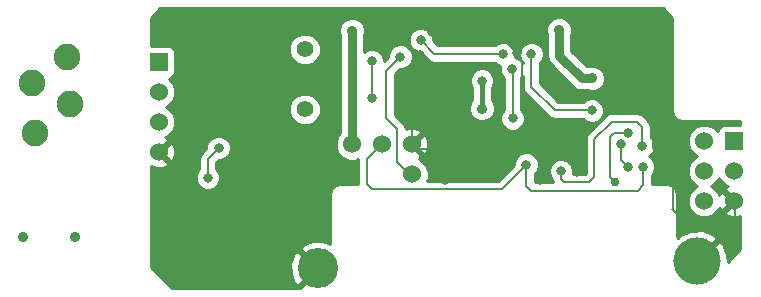
<source format=gbl>
G04 (created by PCBNEW-RS274X (2011-11-27 BZR 3249)-stable) date 17/09/2012 7:08:21 p.m.*
G01*
G70*
G90*
%MOIN*%
G04 Gerber Fmt 3.4, Leading zero omitted, Abs format*
%FSLAX34Y34*%
G04 APERTURE LIST*
%ADD10C,0.006000*%
%ADD11C,0.035400*%
%ADD12C,0.088600*%
%ADD13C,0.157500*%
%ADD14C,0.133900*%
%ADD15C,0.056000*%
%ADD16C,0.060000*%
%ADD17R,0.060000X0.060000*%
%ADD18C,0.035000*%
%ADD19C,0.031500*%
%ADD20C,0.030000*%
%ADD21C,0.015700*%
%ADD22C,0.030000*%
%ADD23C,0.008000*%
%ADD24C,0.010000*%
G04 APERTURE END LIST*
G54D10*
G54D11*
X03740Y-08760D03*
X02008Y-08760D03*
G54D12*
X02283Y-03644D03*
G54D13*
X24462Y-09573D03*
G54D14*
X11812Y-09823D03*
G54D15*
X11382Y-04523D03*
X11382Y-02523D03*
G54D16*
X12962Y-05683D03*
X13962Y-05683D03*
X14962Y-06683D03*
X14962Y-05683D03*
G54D17*
X06522Y-02943D03*
G54D16*
X06522Y-03943D03*
X06522Y-04943D03*
X06522Y-05943D03*
G54D12*
X02381Y-05317D03*
X03562Y-04333D03*
X03464Y-02758D03*
G54D17*
X25697Y-05575D03*
G54D16*
X24697Y-05575D03*
X25697Y-06575D03*
X24697Y-06575D03*
X25697Y-07575D03*
X24697Y-07575D03*
G54D18*
X19862Y-01873D03*
G54D19*
X17292Y-03563D03*
G54D18*
X12962Y-01893D03*
X20960Y-03489D03*
X17292Y-04493D03*
G54D19*
X20962Y-04553D03*
X18942Y-02673D03*
X18302Y-03183D03*
X18312Y-04823D03*
X22638Y-05748D03*
X19921Y-06575D03*
X18772Y-06363D03*
X22652Y-06433D03*
X14572Y-02763D03*
X18002Y-02673D03*
X15252Y-02203D03*
G54D20*
X21742Y-06933D03*
G54D19*
X22162Y-05323D03*
X20962Y-04043D03*
X19242Y-06883D03*
X15642Y-01953D03*
X15232Y-02723D03*
X11921Y-07855D03*
X09072Y-04303D03*
X20472Y-06593D03*
X18472Y-02653D03*
X17912Y-03543D03*
X16582Y-01953D03*
X09072Y-10143D03*
X07162Y-10133D03*
G54D18*
X14512Y-03853D03*
G54D19*
X07542Y-01383D03*
X06512Y-09453D03*
X18742Y-04133D03*
X06392Y-02173D03*
X11220Y-05623D03*
X06502Y-08063D03*
X16062Y-06873D03*
X09072Y-09053D03*
X10772Y-10123D03*
X06642Y-01403D03*
X09409Y-05812D03*
X08512Y-05803D03*
X08152Y-06793D03*
X21912Y-05683D03*
X22172Y-06453D03*
X13622Y-02914D03*
X13622Y-04134D03*
G54D21*
X17292Y-03563D02*
X17292Y-04493D01*
G54D22*
X19862Y-02727D02*
X20624Y-03489D01*
X12962Y-01893D02*
X12962Y-05683D01*
X20624Y-03489D02*
X20960Y-03489D01*
X19862Y-01873D02*
X19862Y-02727D01*
G54D23*
X19722Y-04553D02*
X18942Y-03773D01*
X18942Y-02673D02*
X18942Y-03773D01*
X20962Y-04553D02*
X19722Y-04553D01*
X18312Y-03193D02*
X18312Y-04823D01*
X18302Y-03183D02*
X18312Y-03193D01*
X21042Y-05503D02*
X21619Y-04926D01*
X21619Y-04926D02*
X22445Y-04926D01*
X20023Y-06953D02*
X19921Y-06851D01*
X19921Y-06851D02*
X19921Y-06575D01*
X22638Y-05119D02*
X22638Y-05748D01*
X21619Y-04926D02*
X21622Y-04923D01*
X20282Y-06953D02*
X20872Y-06953D01*
X21042Y-06783D02*
X21042Y-05503D01*
X20872Y-06953D02*
X21042Y-06783D01*
X20282Y-06953D02*
X20023Y-06953D01*
X22445Y-04926D02*
X22638Y-05119D01*
X22652Y-06433D02*
X22672Y-06453D01*
X17952Y-07183D02*
X18772Y-06363D01*
X18941Y-07232D02*
X18772Y-07063D01*
X13462Y-07003D02*
X13642Y-07183D01*
X13642Y-07183D02*
X17792Y-07183D01*
X22493Y-07232D02*
X18941Y-07232D01*
X13962Y-05683D02*
X13462Y-06183D01*
X17792Y-07183D02*
X17952Y-07183D01*
X13462Y-06183D02*
X13462Y-07003D01*
X18772Y-07063D02*
X18772Y-06363D01*
X22672Y-07053D02*
X22493Y-07232D01*
X22672Y-06453D02*
X22672Y-07053D01*
X14862Y-06683D02*
X14462Y-06283D01*
X14962Y-06683D02*
X14862Y-06683D01*
X15252Y-02203D02*
X15252Y-02223D01*
X14102Y-04823D02*
X14102Y-03233D01*
X14462Y-05183D02*
X14102Y-04823D01*
X14102Y-03233D02*
X14572Y-02763D01*
X15702Y-02673D02*
X18002Y-02673D01*
X14462Y-06283D02*
X14462Y-05183D01*
X15252Y-02223D02*
X15702Y-02673D01*
X21572Y-05453D02*
X21702Y-05323D01*
X21572Y-06763D02*
X21742Y-06933D01*
X21572Y-06763D02*
X21572Y-06733D01*
X21572Y-06743D02*
X21572Y-06733D01*
X21702Y-05323D02*
X22162Y-05323D01*
X21572Y-05533D02*
X21572Y-05453D01*
X21572Y-06733D02*
X21572Y-05533D01*
X25712Y-08123D02*
X25712Y-07590D01*
X07172Y-10143D02*
X07162Y-10133D01*
X14962Y-05683D02*
X14962Y-05023D01*
X23562Y-06353D02*
X23562Y-06303D01*
X06592Y-05943D02*
X07232Y-05303D01*
X16582Y-01953D02*
X15642Y-01953D01*
X06852Y-02173D02*
X06392Y-02173D01*
X16582Y-01953D02*
X17772Y-01953D01*
X07232Y-03543D02*
X07232Y-02553D01*
X21432Y-04683D02*
X21432Y-04513D01*
X15642Y-01953D02*
X15662Y-01933D01*
X18622Y-03913D02*
X18622Y-02953D01*
X25697Y-08138D02*
X25452Y-08383D01*
X20472Y-06433D02*
X20472Y-06593D01*
X06642Y-01403D02*
X06662Y-01383D01*
X20472Y-06433D02*
X20662Y-06243D01*
X14512Y-03853D02*
X14512Y-03443D01*
X14512Y-04573D02*
X14512Y-03853D01*
X15172Y-05843D02*
X17092Y-05843D01*
X25712Y-07590D02*
X25697Y-07575D01*
X09072Y-09053D02*
X09072Y-04303D01*
X11921Y-07855D02*
X11220Y-07154D01*
X21432Y-04513D02*
X20962Y-04043D01*
X09072Y-10143D02*
X07172Y-10143D01*
X18622Y-02953D02*
X18472Y-02803D01*
X07232Y-03543D02*
X07232Y-04543D01*
X06512Y-09453D02*
X06502Y-09443D01*
X06662Y-01383D02*
X07542Y-01383D01*
X18742Y-04133D02*
X18742Y-04033D01*
X17092Y-05843D02*
X17912Y-05023D01*
X23667Y-07888D02*
X23667Y-06458D01*
X23667Y-07888D02*
X24162Y-08383D01*
X23667Y-06458D02*
X23562Y-06353D01*
X14962Y-05023D02*
X14512Y-04573D01*
X07232Y-02553D02*
X06852Y-02173D01*
X18742Y-04033D02*
X18622Y-03913D01*
X06522Y-05943D02*
X06592Y-05943D01*
X17772Y-01953D02*
X18472Y-02653D01*
X09072Y-09053D02*
X09072Y-10143D01*
X25452Y-08383D02*
X24162Y-08383D01*
X21432Y-04683D02*
X22642Y-04683D01*
X18472Y-02803D02*
X18472Y-02653D01*
X14512Y-03443D02*
X15232Y-02723D01*
X23002Y-05793D02*
X23002Y-05043D01*
X23667Y-07888D02*
X23632Y-07853D01*
X07232Y-05303D02*
X07232Y-04543D01*
X06502Y-09443D02*
X06502Y-08063D01*
X17912Y-05023D02*
X17912Y-03543D01*
X23002Y-05043D02*
X22642Y-04683D01*
X20662Y-06243D02*
X20662Y-05453D01*
X25712Y-08123D02*
X25697Y-08138D01*
X11220Y-07154D02*
X11220Y-05623D01*
X23562Y-06353D02*
X23002Y-05793D01*
X08512Y-05803D02*
X08152Y-06163D01*
X08152Y-06163D02*
X08152Y-06793D01*
X21912Y-06193D02*
X21912Y-05683D01*
X22172Y-06453D02*
X21912Y-06193D01*
X13622Y-02914D02*
X13622Y-04134D01*
G54D10*
G36*
X25887Y-09188D02*
X25478Y-09597D01*
X25476Y-09362D01*
X25328Y-09005D01*
X25185Y-08920D01*
X25115Y-08990D01*
X24533Y-09573D01*
X24462Y-09644D01*
X24391Y-09573D01*
X24462Y-09502D01*
X24497Y-09467D01*
X25115Y-08850D01*
X25030Y-08707D01*
X24655Y-08555D01*
X24251Y-08559D01*
X23894Y-08707D01*
X23835Y-08805D01*
X23793Y-08763D01*
X23793Y-07339D01*
X23768Y-07215D01*
X23698Y-07109D01*
X23592Y-07039D01*
X23468Y-07014D01*
X22962Y-07014D01*
X22962Y-06697D01*
X22996Y-06664D01*
X23058Y-06514D01*
X23058Y-06353D01*
X22996Y-06204D01*
X22883Y-06089D01*
X22873Y-06085D01*
X22982Y-05979D01*
X23044Y-05829D01*
X23044Y-05668D01*
X22982Y-05519D01*
X22928Y-05464D01*
X22928Y-05119D01*
X22927Y-05118D01*
X22906Y-05008D01*
X22905Y-05007D01*
X22843Y-04914D01*
X22842Y-04913D01*
X22650Y-04721D01*
X22556Y-04658D01*
X22445Y-04636D01*
X21637Y-04636D01*
X21622Y-04633D01*
X21511Y-04655D01*
X21417Y-04718D01*
X21414Y-04721D01*
X21385Y-04750D01*
X21385Y-03574D01*
X21385Y-03405D01*
X21321Y-03249D01*
X21201Y-03129D01*
X21045Y-03064D01*
X20876Y-03064D01*
X20815Y-03089D01*
X20789Y-03089D01*
X20262Y-02561D01*
X20262Y-02018D01*
X20287Y-01958D01*
X20287Y-01789D01*
X20223Y-01633D01*
X20103Y-01513D01*
X19947Y-01448D01*
X19778Y-01448D01*
X19622Y-01512D01*
X19502Y-01632D01*
X19437Y-01788D01*
X19437Y-01957D01*
X19462Y-02017D01*
X19462Y-02727D01*
X19492Y-02880D01*
X19579Y-03010D01*
X20338Y-03768D01*
X20341Y-03772D01*
X20470Y-03858D01*
X20471Y-03859D01*
X20624Y-03889D01*
X20815Y-03889D01*
X20875Y-03914D01*
X21044Y-03914D01*
X21200Y-03850D01*
X21320Y-03730D01*
X21385Y-03574D01*
X21385Y-04750D01*
X21368Y-04767D01*
X21368Y-04634D01*
X21368Y-04473D01*
X21306Y-04324D01*
X21193Y-04209D01*
X21043Y-04147D01*
X20882Y-04147D01*
X20733Y-04209D01*
X20678Y-04263D01*
X19842Y-04263D01*
X19232Y-03653D01*
X19232Y-02957D01*
X19286Y-02904D01*
X19348Y-02754D01*
X19348Y-02593D01*
X19286Y-02444D01*
X19173Y-02329D01*
X19023Y-02267D01*
X18862Y-02267D01*
X18713Y-02329D01*
X18598Y-02442D01*
X18536Y-02592D01*
X18536Y-02753D01*
X18598Y-02902D01*
X18652Y-02956D01*
X18652Y-02968D01*
X18646Y-02954D01*
X18533Y-02839D01*
X18396Y-02782D01*
X18408Y-02754D01*
X18408Y-02593D01*
X18346Y-02444D01*
X18233Y-02329D01*
X18083Y-02267D01*
X17922Y-02267D01*
X17773Y-02329D01*
X17718Y-02383D01*
X15822Y-02383D01*
X15658Y-02219D01*
X15658Y-02123D01*
X15596Y-01974D01*
X15483Y-01859D01*
X15333Y-01797D01*
X15172Y-01797D01*
X15023Y-01859D01*
X14908Y-01972D01*
X14846Y-02122D01*
X14846Y-02283D01*
X14908Y-02432D01*
X15021Y-02547D01*
X15171Y-02609D01*
X15228Y-02609D01*
X15497Y-02878D01*
X15591Y-02941D01*
X15702Y-02963D01*
X17717Y-02963D01*
X17771Y-03017D01*
X17907Y-03073D01*
X17896Y-03102D01*
X17896Y-03263D01*
X17958Y-03412D01*
X18022Y-03477D01*
X18022Y-04538D01*
X17968Y-04592D01*
X17906Y-04742D01*
X17906Y-04903D01*
X17968Y-05052D01*
X18081Y-05167D01*
X18231Y-05229D01*
X18392Y-05229D01*
X18541Y-05167D01*
X18656Y-05054D01*
X18718Y-04904D01*
X18718Y-04743D01*
X18656Y-04594D01*
X18602Y-04539D01*
X18602Y-03457D01*
X18646Y-03414D01*
X18652Y-03399D01*
X18652Y-03773D01*
X18674Y-03884D01*
X18737Y-03978D01*
X19517Y-04758D01*
X19611Y-04821D01*
X19722Y-04843D01*
X20677Y-04843D01*
X20731Y-04897D01*
X20881Y-04959D01*
X21042Y-04959D01*
X21191Y-04897D01*
X21306Y-04784D01*
X21368Y-04634D01*
X21368Y-04767D01*
X20837Y-05298D01*
X20774Y-05392D01*
X20752Y-05503D01*
X20752Y-06663D01*
X20324Y-06663D01*
X20327Y-06656D01*
X20327Y-06495D01*
X20265Y-06346D01*
X20152Y-06231D01*
X20002Y-06169D01*
X19841Y-06169D01*
X19692Y-06231D01*
X19577Y-06344D01*
X19515Y-06494D01*
X19515Y-06655D01*
X19577Y-06804D01*
X19632Y-06860D01*
X19649Y-06942D01*
X19062Y-06942D01*
X19062Y-06647D01*
X19116Y-06594D01*
X19178Y-06444D01*
X19178Y-06283D01*
X19116Y-06134D01*
X19003Y-06019D01*
X18853Y-05957D01*
X18692Y-05957D01*
X18543Y-06019D01*
X18428Y-06132D01*
X18366Y-06282D01*
X18366Y-06358D01*
X17831Y-06893D01*
X17792Y-06893D01*
X17717Y-06893D01*
X17717Y-04578D01*
X17717Y-04409D01*
X17653Y-04253D01*
X17620Y-04220D01*
X17620Y-03809D01*
X17636Y-03794D01*
X17698Y-03644D01*
X17698Y-03483D01*
X17636Y-03334D01*
X17523Y-03219D01*
X17373Y-03157D01*
X17212Y-03157D01*
X17063Y-03219D01*
X16948Y-03332D01*
X16886Y-03482D01*
X16886Y-03643D01*
X16948Y-03792D01*
X16964Y-03808D01*
X16964Y-04220D01*
X16932Y-04252D01*
X16867Y-04408D01*
X16867Y-04577D01*
X16931Y-04733D01*
X17051Y-04853D01*
X17207Y-04918D01*
X17376Y-04918D01*
X17532Y-04854D01*
X17652Y-04734D01*
X17717Y-04578D01*
X17717Y-06893D01*
X15469Y-06893D01*
X15511Y-06792D01*
X15511Y-06574D01*
X15505Y-06559D01*
X15505Y-05762D01*
X15494Y-05549D01*
X15434Y-05402D01*
X15340Y-05375D01*
X15033Y-05683D01*
X15340Y-05991D01*
X15434Y-05964D01*
X15505Y-05762D01*
X15505Y-06559D01*
X15427Y-06372D01*
X15273Y-06218D01*
X15181Y-06180D01*
X15243Y-06155D01*
X15270Y-06061D01*
X14997Y-05789D01*
X14962Y-05754D01*
X14891Y-05683D01*
X14962Y-05612D01*
X14997Y-05577D01*
X15270Y-05305D01*
X15243Y-05211D01*
X15041Y-05140D01*
X14828Y-05151D01*
X14751Y-05182D01*
X14730Y-05072D01*
X14667Y-04978D01*
X14392Y-04703D01*
X14392Y-03353D01*
X14576Y-03169D01*
X14652Y-03169D01*
X14801Y-03107D01*
X14916Y-02994D01*
X14978Y-02844D01*
X14978Y-02683D01*
X14916Y-02534D01*
X14803Y-02419D01*
X14653Y-02357D01*
X14492Y-02357D01*
X14343Y-02419D01*
X14228Y-02532D01*
X14166Y-02682D01*
X14166Y-02758D01*
X14028Y-02896D01*
X14028Y-02834D01*
X13966Y-02685D01*
X13853Y-02570D01*
X13703Y-02508D01*
X13542Y-02508D01*
X13393Y-02570D01*
X13362Y-02600D01*
X13362Y-02038D01*
X13387Y-01978D01*
X13387Y-01809D01*
X13323Y-01653D01*
X13203Y-01533D01*
X13047Y-01468D01*
X12878Y-01468D01*
X12722Y-01532D01*
X12602Y-01652D01*
X12537Y-01808D01*
X12537Y-01977D01*
X12562Y-02037D01*
X12562Y-05307D01*
X12497Y-05372D01*
X12413Y-05574D01*
X12413Y-05792D01*
X12497Y-05994D01*
X12651Y-06148D01*
X12853Y-06232D01*
X13071Y-06232D01*
X13172Y-06190D01*
X13172Y-07003D01*
X13174Y-07014D01*
X12562Y-07014D01*
X12438Y-07039D01*
X12332Y-07109D01*
X12262Y-07215D01*
X12237Y-07339D01*
X12237Y-09022D01*
X11977Y-08919D01*
X11912Y-08919D01*
X11912Y-04629D01*
X11912Y-04418D01*
X11912Y-02629D01*
X11912Y-02418D01*
X11831Y-02223D01*
X11683Y-02074D01*
X11488Y-01993D01*
X11277Y-01993D01*
X11082Y-02074D01*
X10933Y-02222D01*
X10852Y-02417D01*
X10852Y-02628D01*
X10933Y-02823D01*
X11081Y-02972D01*
X11276Y-03053D01*
X11487Y-03053D01*
X11682Y-02972D01*
X11831Y-02824D01*
X11912Y-02629D01*
X11912Y-04418D01*
X11831Y-04223D01*
X11683Y-04074D01*
X11488Y-03993D01*
X11277Y-03993D01*
X11082Y-04074D01*
X10933Y-04222D01*
X10852Y-04417D01*
X10852Y-04628D01*
X10933Y-04823D01*
X11081Y-04972D01*
X11276Y-05053D01*
X11487Y-05053D01*
X11682Y-04972D01*
X11831Y-04824D01*
X11912Y-04629D01*
X11912Y-08919D01*
X11619Y-08924D01*
X11313Y-09052D01*
X11243Y-09183D01*
X11777Y-09717D01*
X11812Y-09752D01*
X11883Y-09823D01*
X11812Y-09894D01*
X11777Y-09929D01*
X11741Y-09965D01*
X11741Y-09823D01*
X11172Y-09254D01*
X11041Y-09324D01*
X10908Y-09658D01*
X10913Y-10016D01*
X11041Y-10322D01*
X11172Y-10392D01*
X11741Y-09823D01*
X11741Y-09965D01*
X11243Y-10463D01*
X11256Y-10488D01*
X08918Y-10488D01*
X08918Y-05884D01*
X08918Y-05723D01*
X08856Y-05574D01*
X08743Y-05459D01*
X08593Y-05397D01*
X08432Y-05397D01*
X08283Y-05459D01*
X08168Y-05572D01*
X08106Y-05722D01*
X08106Y-05799D01*
X07947Y-05958D01*
X07884Y-06052D01*
X07862Y-06163D01*
X07862Y-06508D01*
X07808Y-06562D01*
X07746Y-06712D01*
X07746Y-06873D01*
X07808Y-07022D01*
X07921Y-07137D01*
X08071Y-07199D01*
X08232Y-07199D01*
X08381Y-07137D01*
X08496Y-07024D01*
X08558Y-06874D01*
X08558Y-06713D01*
X08496Y-06564D01*
X08442Y-06509D01*
X08442Y-06283D01*
X08516Y-06209D01*
X08592Y-06209D01*
X08741Y-06147D01*
X08856Y-06034D01*
X08918Y-05884D01*
X08918Y-10488D01*
X07065Y-10488D01*
X07065Y-06022D01*
X07054Y-05809D01*
X06994Y-05662D01*
X06900Y-05635D01*
X06593Y-05943D01*
X06900Y-06251D01*
X06994Y-06224D01*
X07065Y-06022D01*
X07065Y-10488D01*
X06966Y-10488D01*
X06250Y-09771D01*
X06250Y-06418D01*
X06443Y-06486D01*
X06656Y-06475D01*
X06803Y-06415D01*
X06830Y-06321D01*
X06557Y-06049D01*
X06522Y-06014D01*
X06451Y-05943D01*
X06522Y-05872D01*
X06557Y-05837D01*
X06830Y-05565D01*
X06803Y-05471D01*
X06737Y-05447D01*
X06833Y-05408D01*
X06987Y-05254D01*
X07071Y-05052D01*
X07071Y-04834D01*
X06987Y-04632D01*
X06833Y-04478D01*
X06748Y-04443D01*
X06833Y-04408D01*
X06987Y-04254D01*
X07071Y-04052D01*
X07071Y-03834D01*
X06987Y-03632D01*
X06847Y-03492D01*
X06871Y-03492D01*
X06963Y-03454D01*
X07033Y-03384D01*
X07071Y-03293D01*
X07071Y-03194D01*
X07071Y-02594D01*
X07033Y-02502D01*
X06963Y-02432D01*
X06872Y-02394D01*
X06773Y-02394D01*
X06250Y-02394D01*
X06250Y-01458D01*
X06560Y-01148D01*
X23327Y-01148D01*
X23637Y-01458D01*
X23637Y-04573D01*
X23662Y-04697D01*
X23732Y-04803D01*
X23838Y-04873D01*
X23962Y-04898D01*
X25887Y-04898D01*
X25887Y-05026D01*
X25348Y-05026D01*
X25256Y-05064D01*
X25186Y-05134D01*
X25148Y-05225D01*
X25148Y-05250D01*
X25008Y-05110D01*
X24806Y-05026D01*
X24588Y-05026D01*
X24386Y-05110D01*
X24232Y-05264D01*
X24148Y-05466D01*
X24148Y-05684D01*
X24232Y-05886D01*
X24386Y-06040D01*
X24470Y-06075D01*
X24386Y-06110D01*
X24232Y-06264D01*
X24148Y-06466D01*
X24148Y-06684D01*
X24232Y-06886D01*
X24386Y-07040D01*
X24470Y-07075D01*
X24386Y-07110D01*
X24232Y-07264D01*
X24148Y-07466D01*
X24148Y-07684D01*
X24232Y-07886D01*
X24386Y-08040D01*
X24588Y-08124D01*
X24806Y-08124D01*
X25008Y-08040D01*
X25162Y-07886D01*
X25199Y-07794D01*
X25225Y-07856D01*
X25319Y-07883D01*
X25626Y-07575D01*
X25319Y-07267D01*
X25225Y-07294D01*
X25201Y-07359D01*
X25162Y-07264D01*
X25008Y-07110D01*
X24923Y-07075D01*
X25008Y-07040D01*
X25162Y-06886D01*
X25197Y-06801D01*
X25232Y-06886D01*
X25386Y-07040D01*
X25477Y-07077D01*
X25416Y-07103D01*
X25389Y-07197D01*
X25662Y-07469D01*
X25697Y-07504D01*
X25768Y-07575D01*
X25697Y-07646D01*
X25389Y-07953D01*
X25416Y-08047D01*
X25618Y-08118D01*
X25831Y-08107D01*
X25887Y-08084D01*
X25887Y-09188D01*
X25887Y-09188D01*
G37*
G54D24*
X25887Y-09188D02*
X25478Y-09597D01*
X25476Y-09362D01*
X25328Y-09005D01*
X25185Y-08920D01*
X25115Y-08990D01*
X24533Y-09573D01*
X24462Y-09644D01*
X24391Y-09573D01*
X24462Y-09502D01*
X24497Y-09467D01*
X25115Y-08850D01*
X25030Y-08707D01*
X24655Y-08555D01*
X24251Y-08559D01*
X23894Y-08707D01*
X23835Y-08805D01*
X23793Y-08763D01*
X23793Y-07339D01*
X23768Y-07215D01*
X23698Y-07109D01*
X23592Y-07039D01*
X23468Y-07014D01*
X22962Y-07014D01*
X22962Y-06697D01*
X22996Y-06664D01*
X23058Y-06514D01*
X23058Y-06353D01*
X22996Y-06204D01*
X22883Y-06089D01*
X22873Y-06085D01*
X22982Y-05979D01*
X23044Y-05829D01*
X23044Y-05668D01*
X22982Y-05519D01*
X22928Y-05464D01*
X22928Y-05119D01*
X22927Y-05118D01*
X22906Y-05008D01*
X22905Y-05007D01*
X22843Y-04914D01*
X22842Y-04913D01*
X22650Y-04721D01*
X22556Y-04658D01*
X22445Y-04636D01*
X21637Y-04636D01*
X21622Y-04633D01*
X21511Y-04655D01*
X21417Y-04718D01*
X21414Y-04721D01*
X21385Y-04750D01*
X21385Y-03574D01*
X21385Y-03405D01*
X21321Y-03249D01*
X21201Y-03129D01*
X21045Y-03064D01*
X20876Y-03064D01*
X20815Y-03089D01*
X20789Y-03089D01*
X20262Y-02561D01*
X20262Y-02018D01*
X20287Y-01958D01*
X20287Y-01789D01*
X20223Y-01633D01*
X20103Y-01513D01*
X19947Y-01448D01*
X19778Y-01448D01*
X19622Y-01512D01*
X19502Y-01632D01*
X19437Y-01788D01*
X19437Y-01957D01*
X19462Y-02017D01*
X19462Y-02727D01*
X19492Y-02880D01*
X19579Y-03010D01*
X20338Y-03768D01*
X20341Y-03772D01*
X20470Y-03858D01*
X20471Y-03859D01*
X20624Y-03889D01*
X20815Y-03889D01*
X20875Y-03914D01*
X21044Y-03914D01*
X21200Y-03850D01*
X21320Y-03730D01*
X21385Y-03574D01*
X21385Y-04750D01*
X21368Y-04767D01*
X21368Y-04634D01*
X21368Y-04473D01*
X21306Y-04324D01*
X21193Y-04209D01*
X21043Y-04147D01*
X20882Y-04147D01*
X20733Y-04209D01*
X20678Y-04263D01*
X19842Y-04263D01*
X19232Y-03653D01*
X19232Y-02957D01*
X19286Y-02904D01*
X19348Y-02754D01*
X19348Y-02593D01*
X19286Y-02444D01*
X19173Y-02329D01*
X19023Y-02267D01*
X18862Y-02267D01*
X18713Y-02329D01*
X18598Y-02442D01*
X18536Y-02592D01*
X18536Y-02753D01*
X18598Y-02902D01*
X18652Y-02956D01*
X18652Y-02968D01*
X18646Y-02954D01*
X18533Y-02839D01*
X18396Y-02782D01*
X18408Y-02754D01*
X18408Y-02593D01*
X18346Y-02444D01*
X18233Y-02329D01*
X18083Y-02267D01*
X17922Y-02267D01*
X17773Y-02329D01*
X17718Y-02383D01*
X15822Y-02383D01*
X15658Y-02219D01*
X15658Y-02123D01*
X15596Y-01974D01*
X15483Y-01859D01*
X15333Y-01797D01*
X15172Y-01797D01*
X15023Y-01859D01*
X14908Y-01972D01*
X14846Y-02122D01*
X14846Y-02283D01*
X14908Y-02432D01*
X15021Y-02547D01*
X15171Y-02609D01*
X15228Y-02609D01*
X15497Y-02878D01*
X15591Y-02941D01*
X15702Y-02963D01*
X17717Y-02963D01*
X17771Y-03017D01*
X17907Y-03073D01*
X17896Y-03102D01*
X17896Y-03263D01*
X17958Y-03412D01*
X18022Y-03477D01*
X18022Y-04538D01*
X17968Y-04592D01*
X17906Y-04742D01*
X17906Y-04903D01*
X17968Y-05052D01*
X18081Y-05167D01*
X18231Y-05229D01*
X18392Y-05229D01*
X18541Y-05167D01*
X18656Y-05054D01*
X18718Y-04904D01*
X18718Y-04743D01*
X18656Y-04594D01*
X18602Y-04539D01*
X18602Y-03457D01*
X18646Y-03414D01*
X18652Y-03399D01*
X18652Y-03773D01*
X18674Y-03884D01*
X18737Y-03978D01*
X19517Y-04758D01*
X19611Y-04821D01*
X19722Y-04843D01*
X20677Y-04843D01*
X20731Y-04897D01*
X20881Y-04959D01*
X21042Y-04959D01*
X21191Y-04897D01*
X21306Y-04784D01*
X21368Y-04634D01*
X21368Y-04767D01*
X20837Y-05298D01*
X20774Y-05392D01*
X20752Y-05503D01*
X20752Y-06663D01*
X20324Y-06663D01*
X20327Y-06656D01*
X20327Y-06495D01*
X20265Y-06346D01*
X20152Y-06231D01*
X20002Y-06169D01*
X19841Y-06169D01*
X19692Y-06231D01*
X19577Y-06344D01*
X19515Y-06494D01*
X19515Y-06655D01*
X19577Y-06804D01*
X19632Y-06860D01*
X19649Y-06942D01*
X19062Y-06942D01*
X19062Y-06647D01*
X19116Y-06594D01*
X19178Y-06444D01*
X19178Y-06283D01*
X19116Y-06134D01*
X19003Y-06019D01*
X18853Y-05957D01*
X18692Y-05957D01*
X18543Y-06019D01*
X18428Y-06132D01*
X18366Y-06282D01*
X18366Y-06358D01*
X17831Y-06893D01*
X17792Y-06893D01*
X17717Y-06893D01*
X17717Y-04578D01*
X17717Y-04409D01*
X17653Y-04253D01*
X17620Y-04220D01*
X17620Y-03809D01*
X17636Y-03794D01*
X17698Y-03644D01*
X17698Y-03483D01*
X17636Y-03334D01*
X17523Y-03219D01*
X17373Y-03157D01*
X17212Y-03157D01*
X17063Y-03219D01*
X16948Y-03332D01*
X16886Y-03482D01*
X16886Y-03643D01*
X16948Y-03792D01*
X16964Y-03808D01*
X16964Y-04220D01*
X16932Y-04252D01*
X16867Y-04408D01*
X16867Y-04577D01*
X16931Y-04733D01*
X17051Y-04853D01*
X17207Y-04918D01*
X17376Y-04918D01*
X17532Y-04854D01*
X17652Y-04734D01*
X17717Y-04578D01*
X17717Y-06893D01*
X15469Y-06893D01*
X15511Y-06792D01*
X15511Y-06574D01*
X15505Y-06559D01*
X15505Y-05762D01*
X15494Y-05549D01*
X15434Y-05402D01*
X15340Y-05375D01*
X15033Y-05683D01*
X15340Y-05991D01*
X15434Y-05964D01*
X15505Y-05762D01*
X15505Y-06559D01*
X15427Y-06372D01*
X15273Y-06218D01*
X15181Y-06180D01*
X15243Y-06155D01*
X15270Y-06061D01*
X14997Y-05789D01*
X14962Y-05754D01*
X14891Y-05683D01*
X14962Y-05612D01*
X14997Y-05577D01*
X15270Y-05305D01*
X15243Y-05211D01*
X15041Y-05140D01*
X14828Y-05151D01*
X14751Y-05182D01*
X14730Y-05072D01*
X14667Y-04978D01*
X14392Y-04703D01*
X14392Y-03353D01*
X14576Y-03169D01*
X14652Y-03169D01*
X14801Y-03107D01*
X14916Y-02994D01*
X14978Y-02844D01*
X14978Y-02683D01*
X14916Y-02534D01*
X14803Y-02419D01*
X14653Y-02357D01*
X14492Y-02357D01*
X14343Y-02419D01*
X14228Y-02532D01*
X14166Y-02682D01*
X14166Y-02758D01*
X14028Y-02896D01*
X14028Y-02834D01*
X13966Y-02685D01*
X13853Y-02570D01*
X13703Y-02508D01*
X13542Y-02508D01*
X13393Y-02570D01*
X13362Y-02600D01*
X13362Y-02038D01*
X13387Y-01978D01*
X13387Y-01809D01*
X13323Y-01653D01*
X13203Y-01533D01*
X13047Y-01468D01*
X12878Y-01468D01*
X12722Y-01532D01*
X12602Y-01652D01*
X12537Y-01808D01*
X12537Y-01977D01*
X12562Y-02037D01*
X12562Y-05307D01*
X12497Y-05372D01*
X12413Y-05574D01*
X12413Y-05792D01*
X12497Y-05994D01*
X12651Y-06148D01*
X12853Y-06232D01*
X13071Y-06232D01*
X13172Y-06190D01*
X13172Y-07003D01*
X13174Y-07014D01*
X12562Y-07014D01*
X12438Y-07039D01*
X12332Y-07109D01*
X12262Y-07215D01*
X12237Y-07339D01*
X12237Y-09022D01*
X11977Y-08919D01*
X11912Y-08919D01*
X11912Y-04629D01*
X11912Y-04418D01*
X11912Y-02629D01*
X11912Y-02418D01*
X11831Y-02223D01*
X11683Y-02074D01*
X11488Y-01993D01*
X11277Y-01993D01*
X11082Y-02074D01*
X10933Y-02222D01*
X10852Y-02417D01*
X10852Y-02628D01*
X10933Y-02823D01*
X11081Y-02972D01*
X11276Y-03053D01*
X11487Y-03053D01*
X11682Y-02972D01*
X11831Y-02824D01*
X11912Y-02629D01*
X11912Y-04418D01*
X11831Y-04223D01*
X11683Y-04074D01*
X11488Y-03993D01*
X11277Y-03993D01*
X11082Y-04074D01*
X10933Y-04222D01*
X10852Y-04417D01*
X10852Y-04628D01*
X10933Y-04823D01*
X11081Y-04972D01*
X11276Y-05053D01*
X11487Y-05053D01*
X11682Y-04972D01*
X11831Y-04824D01*
X11912Y-04629D01*
X11912Y-08919D01*
X11619Y-08924D01*
X11313Y-09052D01*
X11243Y-09183D01*
X11777Y-09717D01*
X11812Y-09752D01*
X11883Y-09823D01*
X11812Y-09894D01*
X11777Y-09929D01*
X11741Y-09965D01*
X11741Y-09823D01*
X11172Y-09254D01*
X11041Y-09324D01*
X10908Y-09658D01*
X10913Y-10016D01*
X11041Y-10322D01*
X11172Y-10392D01*
X11741Y-09823D01*
X11741Y-09965D01*
X11243Y-10463D01*
X11256Y-10488D01*
X08918Y-10488D01*
X08918Y-05884D01*
X08918Y-05723D01*
X08856Y-05574D01*
X08743Y-05459D01*
X08593Y-05397D01*
X08432Y-05397D01*
X08283Y-05459D01*
X08168Y-05572D01*
X08106Y-05722D01*
X08106Y-05799D01*
X07947Y-05958D01*
X07884Y-06052D01*
X07862Y-06163D01*
X07862Y-06508D01*
X07808Y-06562D01*
X07746Y-06712D01*
X07746Y-06873D01*
X07808Y-07022D01*
X07921Y-07137D01*
X08071Y-07199D01*
X08232Y-07199D01*
X08381Y-07137D01*
X08496Y-07024D01*
X08558Y-06874D01*
X08558Y-06713D01*
X08496Y-06564D01*
X08442Y-06509D01*
X08442Y-06283D01*
X08516Y-06209D01*
X08592Y-06209D01*
X08741Y-06147D01*
X08856Y-06034D01*
X08918Y-05884D01*
X08918Y-10488D01*
X07065Y-10488D01*
X07065Y-06022D01*
X07054Y-05809D01*
X06994Y-05662D01*
X06900Y-05635D01*
X06593Y-05943D01*
X06900Y-06251D01*
X06994Y-06224D01*
X07065Y-06022D01*
X07065Y-10488D01*
X06966Y-10488D01*
X06250Y-09771D01*
X06250Y-06418D01*
X06443Y-06486D01*
X06656Y-06475D01*
X06803Y-06415D01*
X06830Y-06321D01*
X06557Y-06049D01*
X06522Y-06014D01*
X06451Y-05943D01*
X06522Y-05872D01*
X06557Y-05837D01*
X06830Y-05565D01*
X06803Y-05471D01*
X06737Y-05447D01*
X06833Y-05408D01*
X06987Y-05254D01*
X07071Y-05052D01*
X07071Y-04834D01*
X06987Y-04632D01*
X06833Y-04478D01*
X06748Y-04443D01*
X06833Y-04408D01*
X06987Y-04254D01*
X07071Y-04052D01*
X07071Y-03834D01*
X06987Y-03632D01*
X06847Y-03492D01*
X06871Y-03492D01*
X06963Y-03454D01*
X07033Y-03384D01*
X07071Y-03293D01*
X07071Y-03194D01*
X07071Y-02594D01*
X07033Y-02502D01*
X06963Y-02432D01*
X06872Y-02394D01*
X06773Y-02394D01*
X06250Y-02394D01*
X06250Y-01458D01*
X06560Y-01148D01*
X23327Y-01148D01*
X23637Y-01458D01*
X23637Y-04573D01*
X23662Y-04697D01*
X23732Y-04803D01*
X23838Y-04873D01*
X23962Y-04898D01*
X25887Y-04898D01*
X25887Y-05026D01*
X25348Y-05026D01*
X25256Y-05064D01*
X25186Y-05134D01*
X25148Y-05225D01*
X25148Y-05250D01*
X25008Y-05110D01*
X24806Y-05026D01*
X24588Y-05026D01*
X24386Y-05110D01*
X24232Y-05264D01*
X24148Y-05466D01*
X24148Y-05684D01*
X24232Y-05886D01*
X24386Y-06040D01*
X24470Y-06075D01*
X24386Y-06110D01*
X24232Y-06264D01*
X24148Y-06466D01*
X24148Y-06684D01*
X24232Y-06886D01*
X24386Y-07040D01*
X24470Y-07075D01*
X24386Y-07110D01*
X24232Y-07264D01*
X24148Y-07466D01*
X24148Y-07684D01*
X24232Y-07886D01*
X24386Y-08040D01*
X24588Y-08124D01*
X24806Y-08124D01*
X25008Y-08040D01*
X25162Y-07886D01*
X25199Y-07794D01*
X25225Y-07856D01*
X25319Y-07883D01*
X25626Y-07575D01*
X25319Y-07267D01*
X25225Y-07294D01*
X25201Y-07359D01*
X25162Y-07264D01*
X25008Y-07110D01*
X24923Y-07075D01*
X25008Y-07040D01*
X25162Y-06886D01*
X25197Y-06801D01*
X25232Y-06886D01*
X25386Y-07040D01*
X25477Y-07077D01*
X25416Y-07103D01*
X25389Y-07197D01*
X25662Y-07469D01*
X25697Y-07504D01*
X25768Y-07575D01*
X25697Y-07646D01*
X25389Y-07953D01*
X25416Y-08047D01*
X25618Y-08118D01*
X25831Y-08107D01*
X25887Y-08084D01*
X25887Y-09188D01*
M02*

</source>
